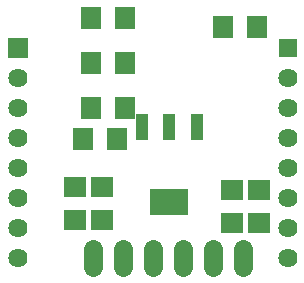
<source format=gbr>
G04 EAGLE Gerber X2 export*
%TF.Part,Single*%
%TF.FileFunction,Soldermask,Bot,1*%
%TF.FilePolarity,Negative*%
%TF.GenerationSoftware,Autodesk,EAGLE,8.7.1*%
%TF.CreationDate,2018-09-06T08:27:59Z*%
G75*
%MOMM*%
%FSLAX34Y34*%
%LPD*%
%AMOC8*
5,1,8,0,0,1.08239X$1,22.5*%
G01*
%ADD10R,1.778000X1.778000*%
%ADD11C,1.625600*%
%ADD12R,1.625600X1.625600*%
%ADD13R,1.701600X1.904600*%
%ADD14R,1.901600X1.701600*%
%ADD15C,1.625600*%
%ADD16R,1.041400X2.171700*%
%ADD17R,3.302000X2.171700*%


D10*
X12700Y215900D03*
D11*
X12700Y190500D03*
X12700Y165100D03*
X12700Y139700D03*
X12700Y114300D03*
X12700Y88900D03*
X12700Y63500D03*
X12700Y38100D03*
X241300Y38100D03*
X241300Y63500D03*
X241300Y88900D03*
X241300Y114300D03*
X241300Y139700D03*
X241300Y165100D03*
X241300Y190500D03*
D12*
X241300Y215900D03*
D13*
X103120Y241300D03*
X74680Y241300D03*
X103120Y203200D03*
X74680Y203200D03*
X96770Y138430D03*
X68330Y138430D03*
D14*
X194310Y95280D03*
X194310Y67280D03*
X60960Y97820D03*
X60960Y69820D03*
D13*
X214880Y233680D03*
X186440Y233680D03*
X103120Y165100D03*
X74680Y165100D03*
D15*
X76200Y45720D02*
X76200Y30480D01*
X101600Y30480D02*
X101600Y45720D01*
X127000Y45720D02*
X127000Y30480D01*
X152400Y30480D02*
X152400Y45720D01*
X177800Y45720D02*
X177800Y30480D01*
X203200Y30480D02*
X203200Y45720D01*
D14*
X83820Y97820D03*
X83820Y69820D03*
X217170Y95280D03*
X217170Y67280D03*
D16*
X117856Y148527D03*
X140970Y148527D03*
X164084Y148527D03*
D17*
X140970Y85154D03*
M02*

</source>
